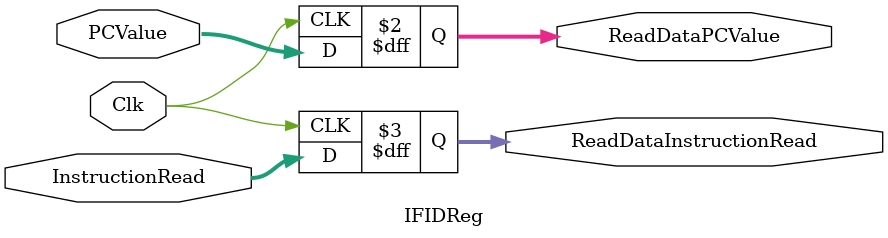
<source format=v>
`timescale 1ns / 1ps


module IFIDReg(PCValue, InstructionRead,Clk, ReadDataPCValue, ReadDataInstructionRead);

	input [31:0] PCValue, InstructionRead;
	input Clk;
	output reg [31:0] ReadDataPCValue, ReadDataInstructionRead;
	
	    always @(posedge Clk) begin
        
         ReadDataPCValue <= PCValue;
         ReadDataInstructionRead <= InstructionRead;
   
    end
 

endmodule

</source>
